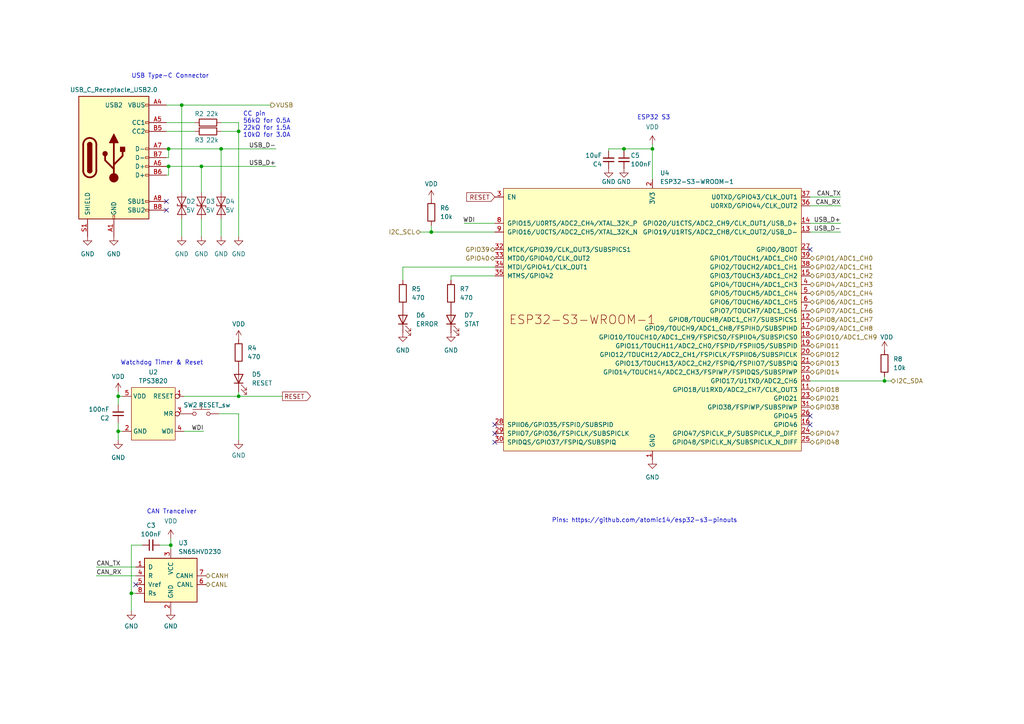
<source format=kicad_sch>
(kicad_sch (version 20231120) (generator "eeschema") (generator_version "8.0")
  (paper "A4")
  (lib_symbols
    (symbol "Connector:USB_C_Receptacle_USB2.0" (pin_names (offset 1.016))
      (property "Reference" "J" (at -10.16 19.05 0))
      (property "Value" "USB_C_Receptacle_USB2.0" (at 19.05 19.05 0))
      (symbol "USB_C_Receptacle_USB2.0_0_0"
        (rectangle (start -0.254 -17.78) (end 0.254 -16.764))
        (rectangle (start 10.16 -14.986) (end 9.144 -15.494))
        (rectangle (start 10.16 -12.446) (end 9.144 -12.954))
        (rectangle (start 10.16 -4.826) (end 9.144 -5.334))
        (rectangle (start 10.16 -2.286) (end 9.144 -2.794))
        (rectangle (start 10.16 0.254) (end 9.144 -0.254))
        (rectangle (start 10.16 2.794) (end 9.144 2.286))
        (rectangle (start 10.16 7.874) (end 9.144 7.366))
        (rectangle (start 10.16 10.414) (end 9.144 9.906))
        (rectangle (start 10.16 15.494) (end 9.144 14.986))
      )
      (symbol "USB_C_Receptacle_USB2.0_0_1"
        (rectangle (start -10.16 17.78) (end 10.16 -17.78) (stroke (width 0.254)) (fill (type background)))
        (arc (start -8.89 -3.81) (mid -6.985 -5.7067) (end -5.08 -3.81) (stroke (width 0.508)))
        (arc (start -7.62 -3.81) (mid -6.985 -4.4423) (end -6.35 -3.81) (stroke (width 0.254)))
        (arc (start -7.62 -3.81) (mid -6.985 -4.4423) (end -6.35 -3.81) (stroke (width 0.254)) (fill (type outline)))
        (rectangle (start -7.62 -3.81) (end -6.35 3.81) (stroke (width 0.254)) (fill (type outline)))
        (arc (start -6.35 3.81) (mid -6.985 4.4423) (end -7.62 3.81) (stroke (width 0.254)))
        (arc (start -6.35 3.81) (mid -6.985 4.4423) (end -7.62 3.81) (stroke (width 0.254)) (fill (type outline)))
        (arc (start -5.08 3.81) (mid -6.985 5.7067) (end -8.89 3.81) (stroke (width 0.508)))
        (circle (center -2.54 1.143) (radius 0.635) (stroke (width 0.254)) (fill (type outline)))
        (circle (center 0 -5.842) (radius 1.27) (fill (type outline)))
        (polyline (pts (xy -8.89 -3.81) (xy -8.89 3.81)) (stroke (width 0.508)))
        (polyline (pts (xy -5.08 3.81) (xy -5.08 -3.81)) (stroke (width 0.508)))
        (polyline (pts (xy 0 -5.842) (xy 0 4.318)) (stroke (width 0.508)))
        (polyline (pts (xy 0 -3.302) (xy -2.54 -0.762) (xy -2.54 0.508)) (stroke (width 0.508)))
        (polyline (pts (xy 0 -2.032) (xy 2.54 0.508) (xy 2.54 1.778)) (stroke (width 0.508)))
        (polyline (pts (xy -1.27 4.318) (xy 0 6.858) (xy 1.27 4.318) (xy -1.27 4.318)) (stroke (width 0.254)) (fill (type outline)))
        (rectangle (start 1.905 1.778) (end 3.175 3.048) (stroke (width 0.254)) (fill (type outline)))
      )
      (symbol "USB_C_Receptacle_USB2.0_1_1"
        (pin passive line (at 0 -22.86 90) (length 5.08) (name "GND") (number "A1"))
        (pin passive line (at 0 -22.86 90) (length 5.08) hide (name "GND") (number "A12"))
        (pin passive line (at 15.24 15.24 180) (length 5.08) (name "VBUS") (number "A4"))
        (pin bidirectional line (at 15.24 10.16 180) (length 5.08) (name "CC1") (number "A5"))
        (pin bidirectional line (at 15.24 -2.54 180) (length 5.08) (name "D+") (number "A6"))
        (pin bidirectional line (at 15.24 2.54 180) (length 5.08) (name "D-") (number "A7"))
        (pin bidirectional line (at 15.24 -12.7 180) (length 5.08) (name "SBU1") (number "A8"))
        (pin passive line (at 15.24 15.24 180) (length 5.08) hide (name "VBUS") (number "A9"))
        (pin passive line (at 0 -22.86 90) (length 5.08) hide (name "GND") (number "B1"))
        (pin passive line (at 0 -22.86 90) (length 5.08) hide (name "GND") (number "B12"))
        (pin passive line (at 15.24 15.24 180) (length 5.08) hide (name "VBUS") (number "B4"))
        (pin bidirectional line (at 15.24 7.62 180) (length 5.08) (name "CC2") (number "B5"))
        (pin bidirectional line (at 15.24 -5.08 180) (length 5.08) (name "D+") (number "B6"))
        (pin bidirectional line (at 15.24 0 180) (length 5.08) (name "D-") (number "B7"))
        (pin bidirectional line (at 15.24 -15.24 180) (length 5.08) (name "SBU2") (number "B8"))
        (pin passive line (at 15.24 15.24 180) (length 5.08) hide (name "VBUS") (number "B9"))
        (pin passive line (at -7.62 -22.86 90) (length 5.08) (name "SHIELD") (number "S1"))
      )
    )
    (symbol "Device:C_Small" (pin_numbers hide) (pin_names (offset 0.254) hide)
      (property "Reference" "C" (at 0.254 1.778 0))
      (property "Value" "C_Small" (at 0.254 -2.032 0))
      (symbol "C_Small_0_1"
        (polyline (pts (xy -1.524 -0.508) (xy 1.524 -0.508)) (stroke (width 0.3302)))
        (polyline (pts (xy -1.524 0.508) (xy 1.524 0.508)) (stroke (width 0.3048)))
      )
      (symbol "C_Small_1_1"
        (pin passive line (at 0 2.54 270) (length 2.032) (name "~") (number "1"))
        (pin passive line (at 0 -2.54 90) (length 2.032) (name "~") (number "2"))
      )
    )
    (symbol "Device:LED" (pin_numbers hide) (pin_names (offset 1.016) hide)
      (property "Reference" "D" (at 0 2.54 0))
      (property "Value" "LED" (at 0 -2.54 0))
      (symbol "LED_0_1"
        (polyline (pts (xy -1.27 -1.27) (xy -1.27 1.27)) (stroke (width 0.254)))
        (polyline (pts (xy -1.27 0) (xy 1.27 0)))
        (polyline (pts (xy 1.27 -1.27) (xy 1.27 1.27) (xy -1.27 0) (xy 1.27 -1.27)) (stroke (width 0.254)))
        (polyline (pts (xy -3.048 -0.762) (xy -4.572 -2.286) (xy -3.81 -2.286) (xy -4.572 -2.286) (xy -4.572 -1.524)))
        (polyline (pts (xy -1.778 -0.762) (xy -3.302 -2.286) (xy -2.54 -2.286) (xy -3.302 -2.286) (xy -3.302 -1.524)))
      )
      (symbol "LED_1_1"
        (pin passive line (at -3.81 0 0) (length 2.54) (name "K") (number "1"))
        (pin passive line (at 3.81 0 180) (length 2.54) (name "A") (number "2"))
      )
    )
    (symbol "Device:R" (pin_numbers hide) (pin_names (offset 0))
      (property "Reference" "R" (at 2.032 0 90))
      (property "Value" "R" (at 0 0 90))
      (symbol "R_0_1"
        (rectangle (start -1.016 -2.54) (end 1.016 2.54) (stroke (width 0.254)))
      )
      (symbol "R_1_1"
        (pin passive line (at 0 3.81 270) (length 1.27) (name "~") (number "1"))
        (pin passive line (at 0 -3.81 90) (length 1.27) (name "~") (number "2"))
      )
    )
    (symbol "Diode:ESD9B5.0ST5G" (pin_numbers hide) (pin_names (offset 1.016) hide)
      (property "Reference" "D" (at 0 2.54 0))
      (property "Value" "ESD9B5.0ST5G" (at 0 -2.54 0))
      (symbol "ESD9B5.0ST5G_0_1"
        (polyline (pts (xy 1.27 0) (xy -1.27 0)))
        (polyline (pts (xy -2.54 -1.27) (xy 0 0) (xy -2.54 1.27) (xy -2.54 -1.27)) (stroke (width 0.2032)))
        (polyline (pts (xy 0.508 1.27) (xy 0 1.27) (xy 0 -1.27) (xy -0.508 -1.27)) (stroke (width 0.2032)))
        (polyline (pts (xy 2.54 1.27) (xy 2.54 -1.27) (xy 0 0) (xy 2.54 1.27)) (stroke (width 0.2032)))
      )
      (symbol "ESD9B5.0ST5G_1_1"
        (pin passive line (at -3.81 0 0) (length 2.54) (name "A1") (number "1"))
        (pin passive line (at 3.81 0 180) (length 2.54) (name "A2") (number "2"))
      )
    )
    (symbol "Interface_CAN_LIN:SN65HVD230" (pin_names (offset 1.016))
      (property "Reference" "U" (at -2.54 10.16 0))
      (property "Value" "SN65HVD230" (at -2.54 7.62 0))
      (symbol "SN65HVD230_0_1"
        (rectangle (start -7.62 5.08) (end 7.62 -7.62) (stroke (width 0.254)) (fill (type background)))
      )
      (symbol "SN65HVD230_1_1"
        (pin input line (at -10.16 2.54 0) (length 2.54) (name "D") (number "1"))
        (pin power_in line (at 0 -10.16 90) (length 2.54) (name "GND") (number "2"))
        (pin power_in line (at 0 7.62 270) (length 2.54) (name "VCC") (number "3"))
        (pin output line (at -10.16 0 0) (length 2.54) (name "R") (number "4"))
        (pin output line (at -10.16 -2.54 0) (length 2.54) (name "Vref") (number "5"))
        (pin bidirectional line (at 10.16 -2.54 180) (length 2.54) (name "CANL") (number "6"))
        (pin bidirectional line (at 10.16 0 180) (length 2.54) (name "CANH") (number "7"))
        (pin input line (at -10.16 -5.08 0) (length 2.54) (name "Rs") (number "8"))
      )
    )
    (symbol "PCM_Espressif:ESP32-S3-WROOM-1" (pin_names (offset 1.016))
      (property "Reference" "U" (at -43.18 43.18 0))
      (property "Value" "ESP32-S3-WROOM-1" (at -43.18 40.64 0))
      (symbol "ESP32-S3-WROOM-1_0_0"
        (text "ESP32-S3-WROOM-1" (at -20.32 0 0) (effects (font (size 2.54 2.54))))
        (pin power_in line (at 0 -40.64 90) (length 2.54) (name "GND") (number "1"))
        (pin bidirectional line (at 45.72 -17.78 180) (length 2.54) (name "GPIO17/U1TXD/ADC2_CH6") (number "10"))
        (pin bidirectional line (at 45.72 -20.32 180) (length 2.54) (name "GPIO18/U1RXD/ADC2_CH7/CLK_OUT3") (number "11"))
        (pin bidirectional line (at 45.72 0 180) (length 2.54) (name "GPIO8/TOUCH8/ADC1_CH7/SUBSPICS1") (number "12"))
        (pin bidirectional line (at 45.72 25.4 180) (length 2.54) (name "GPIO19/U1RTS/ADC2_CH8/CLK_OUT2/USB_D-") (number "13"))
        (pin bidirectional line (at 45.72 27.94 180) (length 2.54) (name "GPIO20/U1CTS/ADC2_CH9/CLK_OUT1/USB_D+") (number "14"))
        (pin bidirectional line (at 45.72 12.7 180) (length 2.54) (name "GPIO3/TOUCH3/ADC1_CH2") (number "15"))
        (pin bidirectional line (at 45.72 -30.48 180) (length 2.54) (name "GPIO46") (number "16"))
        (pin bidirectional line (at 45.72 -2.54 180) (length 2.54) (name "GPIO9/TOUCH9/ADC1_CH8/FSPIHD/SUBSPIHD") (number "17"))
        (pin bidirectional line (at 45.72 -5.08 180) (length 2.54) (name "GPIO10/TOUCH10/ADC1_CH9/FSPICS0/FSPIIO4/SUBSPICS0") (number "18"))
        (pin bidirectional line (at 45.72 -7.62 180) (length 2.54) (name "GPIO11/TOUCH11/ADC2_CH0/FSPID/FSPIIO5/SUBSPID") (number "19"))
        (pin power_in line (at 0 40.64 270) (length 2.54) (name "3V3") (number "2"))
        (pin bidirectional line (at 45.72 -10.16 180) (length 2.54) (name "GPIO12/TOUCH12/ADC2_CH1/FSPICLK/FSPIIO6/SUBSPICLK") (number "20"))
        (pin bidirectional line (at 45.72 -12.7 180) (length 2.54) (name "GPIO13/TOUCH13/ADC2_CH2/FSPIQ/FSPIIO7/SUBSPIQ") (number "21"))
        (pin bidirectional line (at 45.72 -15.24 180) (length 2.54) (name "GPIO14/TOUCH14/ADC2_CH3/FSPIWP/FSPIDQS/SUBSPIWP") (number "22"))
        (pin bidirectional line (at 45.72 -22.86 180) (length 2.54) (name "GPIO21") (number "23"))
        (pin bidirectional line (at 45.72 -33.02 180) (length 2.54) (name "GPIO47/SPICLK_P/SUBSPICLK_P_DIFF") (number "24"))
        (pin bidirectional line (at 45.72 -35.56 180) (length 2.54) (name "GPIO48/SPICLK_N/SUBSPICLK_N_DIFF") (number "25"))
        (pin bidirectional line (at 45.72 -27.94 180) (length 2.54) (name "GPIO45") (number "26"))
        (pin bidirectional line (at 45.72 20.32 180) (length 2.54) (name "GPIO0/BOOT") (number "27"))
        (pin bidirectional line (at -45.72 -30.48 0) (length 2.54) (name "SPIIO6/GPIO35/FSPID/SUBSPID") (number "28"))
        (pin bidirectional line (at -45.72 -33.02 0) (length 2.54) (name "SPIIO7/GPIO36/FSPICLK/SUBSPICLK") (number "29"))
        (pin input line (at -45.72 35.56 0) (length 2.54) (name "EN") (number "3"))
        (pin bidirectional line (at -45.72 -35.56 0) (length 2.54) (name "SPIDQS/GPIO37/FSPIQ/SUBSPIQ") (number "30"))
        (pin bidirectional line (at 45.72 -25.4 180) (length 2.54) (name "GPIO38/FSPIWP/SUBSPIWP") (number "31"))
        (pin bidirectional line (at -45.72 20.32 0) (length 2.54) (name "MTCK/GPIO39/CLK_OUT3/SUBSPICS1") (number "32"))
        (pin bidirectional line (at -45.72 17.78 0) (length 2.54) (name "MTDO/GPIO40/CLK_OUT2") (number "33"))
        (pin bidirectional line (at -45.72 15.24 0) (length 2.54) (name "MTDI/GPIO41/CLK_OUT1") (number "34"))
        (pin bidirectional line (at -45.72 12.7 0) (length 2.54) (name "MTMS/GPIO42") (number "35"))
        (pin bidirectional line (at 45.72 33.02 180) (length 2.54) (name "U0RXD/GPIO44/CLK_OUT2") (number "36"))
        (pin bidirectional line (at 45.72 35.56 180) (length 2.54) (name "U0TXD/GPIO43/CLK_OUT1") (number "37"))
        (pin bidirectional line (at 45.72 15.24 180) (length 2.54) (name "GPIO2/TOUCH2/ADC1_CH1") (number "38"))
        (pin bidirectional line (at 45.72 17.78 180) (length 2.54) (name "GPIO1/TOUCH1/ADC1_CH0") (number "39"))
        (pin bidirectional line (at 45.72 10.16 180) (length 2.54) (name "GPIO4/TOUCH4/ADC1_CH3") (number "4"))
        (pin passive line (at 0 -40.64 90) (length 2.54) hide (name "GND") (number "40"))
        (pin passive line (at 0 -40.64 90) (length 2.54) hide (name "GND") (number "41"))
        (pin bidirectional line (at 45.72 7.62 180) (length 2.54) (name "GPIO5/TOUCH5/ADC1_CH4") (number "5"))
        (pin bidirectional line (at 45.72 5.08 180) (length 2.54) (name "GPIO6/TOUCH6/ADC1_CH5") (number "6"))
        (pin bidirectional line (at 45.72 2.54 180) (length 2.54) (name "GPIO7/TOUCH7/ADC1_CH6") (number "7"))
        (pin bidirectional line (at -45.72 27.94 0) (length 2.54) (name "GPIO15/U0RTS/ADC2_CH4/XTAL_32K_P") (number "8"))
        (pin bidirectional line (at -45.72 25.4 0) (length 2.54) (name "GPIO16/U0CTS/ADC2_CH5/XTAL_32K_N") (number "9"))
      )
      (symbol "ESP32-S3-WROOM-1_0_1"
        (rectangle (start -43.18 38.1) (end 43.18 -38.1) (fill (type background)))
      )
    )
    (symbol "Switch:SW_Push" (pin_numbers hide) (pin_names (offset 1.016) hide)
      (property "Reference" "SW" (at 1.27 2.54 0))
      (property "Value" "SW_Push" (at 0 -1.524 0))
      (symbol "SW_Push_0_1"
        (circle (center -2.032 0) (radius 0.508))
        (polyline (pts (xy 0 1.27) (xy 0 3.048)))
        (polyline (pts (xy 2.54 1.27) (xy -2.54 1.27)))
        (circle (center 2.032 0) (radius 0.508))
        (pin passive line (at -5.08 0 0) (length 2.54) (name "1") (number "1"))
        (pin passive line (at 5.08 0 180) (length 2.54) (name "2") (number "2"))
      )
    )
    (symbol "WOBCLibrary:TPS3820"
      (property "Reference" "U" (at 0 0 0))
      (property "Value" "TPS3820" (at 0 8.89 0))
      (symbol "TPS3820_1_1"
        (rectangle (start -6.35 7.62) (end 6.35 -7.62) (fill (type background)))
        (pin output inverted (at 8.89 5.08 180) (length 2.54) (name "RESET") (number "1"))
        (pin power_in line (at -8.89 -5.08 0) (length 2.54) (name "GND") (number "2"))
        (pin input inverted (at 8.89 0 180) (length 2.54) (name "MR") (number "3"))
        (pin input line (at 8.89 -5.08 180) (length 2.54) (name "WDI") (number "4"))
        (pin power_in line (at -8.89 5.08 0) (length 2.54) (name "VDD") (number "5"))
      )
    )
    (symbol "power:GND" (power) (pin_names (offset 0))
      (property "Value" "GND" (at 0 -3.81 0))
      (symbol "GND_0_1"
        (polyline (pts (xy 0 0) (xy 0 -1.27) (xy 1.27 -1.27) (xy 0 -2.54) (xy -1.27 -1.27) (xy 0 -1.27)))
      )
      (symbol "GND_1_1"
        (pin power_in line (at 0 0 270) (length 0) hide (name "GND") (number "1"))
      )
    )
    (symbol "power:VDD" (power) (pin_names (offset 0))
      (property "Value" "VDD" (at 0 3.81 0))
      (symbol "VDD_0_1"
        (polyline (pts (xy -0.762 1.27) (xy 0 2.54)))
        (polyline (pts (xy 0 0) (xy 0 2.54)))
        (polyline (pts (xy 0 2.54) (xy 0.762 1.27)))
      )
      (symbol "VDD_1_1"
        (pin power_in line (at 0 0 90) (length 0) hide (name "VDD") (number "1"))
      )
    )
  )
  (junction (at 34.29 114.935))
  (junction (at 180.975 43.18))
  (junction (at 58.42 48.26))
  (junction (at 64.135 43.18))
  (junction (at 69.215 38.1))
  (junction (at 48.895 48.26))
  (junction (at 189.23 43.18))
  (junction (at 125.095 67.31))
  (junction (at 49.53 158.115))
  (junction (at 52.705 30.48))
  (junction (at 48.895 43.18))
  (junction (at 69.215 114.935))
  (junction (at 38.1 172.085))
  (junction (at 256.54 110.49))
  (junction (at 34.29 125.095))
  (no_connect (at 143.51 128.27))
  (no_connect (at 48.26 60.96))
  (no_connect (at 39.37 169.545))
  (no_connect (at 234.95 72.39))
  (no_connect (at 48.26 58.42))
  (no_connect (at 143.51 123.19))
  (no_connect (at 234.95 123.19))
  (no_connect (at 143.51 125.73))
  (no_connect (at 234.95 120.65))
  (wire (pts (xy 130.81 81.28) (xy 130.81 80.01)))
  (wire (pts (xy 38.1 177.165) (xy 38.1 172.085)))
  (wire (pts (xy 34.29 125.095) (xy 35.56 125.095)))
  (wire (pts (xy 34.29 127.635) (xy 34.29 125.095)))
  (wire (pts (xy 58.42 48.26) (xy 58.42 55.88)))
  (wire (pts (xy 121.92 67.31) (xy 125.095 67.31)))
  (wire (pts (xy 243.84 67.31) (xy 234.95 67.31)))
  (wire (pts (xy 258.445 110.49) (xy 256.54 110.49)))
  (wire (pts (xy 46.355 158.115) (xy 49.53 158.115)))
  (wire (pts (xy 116.84 77.47) (xy 143.51 77.47)))
  (wire (pts (xy 34.29 122.555) (xy 34.29 125.095)))
  (wire (pts (xy 48.895 48.26) (xy 48.26 48.26)))
  (wire (pts (xy 134.62 64.77) (xy 143.51 64.77)))
  (wire (pts (xy 38.1 172.085) (xy 39.37 172.085)))
  (wire (pts (xy 81.915 114.935) (xy 69.215 114.935)))
  (wire (pts (xy 64.135 38.1) (xy 69.215 38.1)))
  (wire (pts (xy 52.705 30.48) (xy 78.5422 30.48)))
  (wire (pts (xy 58.42 48.26) (xy 48.895 48.26)))
  (wire (pts (xy 69.215 120.015) (xy 69.215 127.635)))
  (wire (pts (xy 243.84 59.69) (xy 234.95 59.69)))
  (wire (pts (xy 56.515 35.56) (xy 48.26 35.56)))
  (wire (pts (xy 48.895 43.18) (xy 64.135 43.18)))
  (wire (pts (xy 130.81 80.01) (xy 143.51 80.01)))
  (wire (pts (xy 69.215 35.56) (xy 69.215 38.1)))
  (wire (pts (xy 256.54 110.49) (xy 234.95 110.49)))
  (wire (pts (xy 34.29 114.935) (xy 35.56 114.935)))
  (wire (pts (xy 243.84 64.77) (xy 234.95 64.77)))
  (wire (pts (xy 59.055 125.095) (xy 53.34 125.095)))
  (wire (pts (xy 189.23 43.18) (xy 180.975 43.18)))
  (wire (pts (xy 176.53 43.18) (xy 180.975 43.18)))
  (wire (pts (xy 256.54 109.22) (xy 256.54 110.49)))
  (wire (pts (xy 125.095 67.31) (xy 143.51 67.31)))
  (wire (pts (xy 49.53 156.21) (xy 49.53 158.115)))
  (wire (pts (xy 189.23 41.91) (xy 189.23 43.18)))
  (wire (pts (xy 69.215 38.1) (xy 69.215 68.58)))
  (wire (pts (xy 48.26 50.8) (xy 48.895 50.8)))
  (wire (pts (xy 48.26 43.18) (xy 48.895 43.18)))
  (wire (pts (xy 49.53 158.115) (xy 49.53 159.385)))
  (wire (pts (xy 52.705 30.48) (xy 48.26 30.48)))
  (wire (pts (xy 34.29 113.665) (xy 34.29 114.935)))
  (wire (pts (xy 234.95 57.15) (xy 243.84 57.15)))
  (wire (pts (xy 56.515 38.1) (xy 48.26 38.1)))
  (wire (pts (xy 116.84 77.47) (xy 116.84 81.28)))
  (wire (pts (xy 27.94 167.005) (xy 39.37 167.005)))
  (wire (pts (xy 176.53 43.815) (xy 176.53 43.18)))
  (wire (pts (xy 69.215 113.665) (xy 69.215 114.935)))
  (wire (pts (xy 64.135 68.58) (xy 64.135 63.5)))
  (wire (pts (xy 38.1 172.085) (xy 38.1 158.115)))
  (wire (pts (xy 180.975 43.18) (xy 180.975 43.815)))
  (wire (pts (xy 64.135 35.56) (xy 69.215 35.56)))
  (wire (pts (xy 52.705 68.58) (xy 52.705 63.5)))
  (wire (pts (xy 69.215 114.935) (xy 53.34 114.935)))
  (wire (pts (xy 189.23 43.18) (xy 189.23 52.07)))
  (wire (pts (xy 48.895 45.72) (xy 48.895 43.18)))
  (wire (pts (xy 48.26 45.72) (xy 48.895 45.72)))
  (wire (pts (xy 34.29 114.935) (xy 34.29 117.475)))
  (wire (pts (xy 52.705 30.48) (xy 52.705 55.88)))
  (wire (pts (xy 63.5 120.015) (xy 69.215 120.015)))
  (wire (pts (xy 38.1 158.115) (xy 41.275 158.115)))
  (wire (pts (xy 125.095 65.405) (xy 125.095 67.31)))
  (wire (pts (xy 58.42 68.58) (xy 58.42 63.5)))
  (wire (pts (xy 64.135 43.18) (xy 64.135 55.88)))
  (wire (pts (xy 27.94 164.465) (xy 39.37 164.465)))
  (wire (pts (xy 64.135 43.18) (xy 80.01 43.18)))
  (wire (pts (xy 80.01 48.26) (xy 58.42 48.26)))
  (wire (pts (xy 48.895 50.8) (xy 48.895 48.26)))
  (text "Pins: https://github.com/atomic14/esp32-s3-pinouts" (at 160.02 151.765 0) (effects (font (size 1.27 1.27)) (justify left bottom)))
  (text "ESP32 S3" (at 184.785 34.925 0) (effects (font (size 1.27 1.27)) (justify left bottom)))
  (text "Watchdog Timer & Reset" (at 34.925 106.045 0) (effects (font (size 1.27 1.27)) (justify left bottom)))
  (text "CAN Tranceiver" (at 42.545 149.225 0) (effects (font (size 1.27 1.27)) (justify left bottom)))
  (text "USB Type-C Connector" (at 38.1 22.86 0) (effects (font (size 1.27 1.27)) (justify left bottom)))
  (text "CC pin\n56kΩ for 0.5A\n22kΩ for 1.5A\n10kΩ for 3.0A" (at 70.485 40.005 0) (effects (font (size 1.27 1.27)) (justify left bottom)))
  (label "USB_D-" (at 80.01 43.18 180))
  (label "USB_D-" (at 243.84 67.31 180))
  (label "CAN_TX" (at 236.855 57.15 0))
  (label "USB_D+" (at 243.84 64.77 180))
  (label "USB_D+" (at 80.01 48.26 180))
  (label "WDI" (at 59.055 125.095 180))
  (label "WDI" (at 137.795 64.77 180))
  (label "CAN_RX" (at 243.84 59.69 180))
  (label "CAN_RX" (at 27.94 167.005 0))
  (label "CAN_TX" (at 27.94 164.465 0))
  (global_label "RESET" (shape input) (at 143.51 57.15 180) (property "Intersheetrefs" "${INTERSHEET_REFS}" (effects (hide yes))))
  (global_label "RESET" (shape output) (at 81.915 114.935 0) (property "Intersheetrefs" "${INTERSHEET_REFS}" (effects (hide yes))))
  (hierarchical_label "GPIO47" (shape bidirectional) (at 234.95 125.73 0))
  (hierarchical_label "GPIO48" (shape bidirectional) (at 234.95 128.27 0))
  (hierarchical_label "VUSB" (shape output) (at 78.5422 30.48 0))
  (hierarchical_label "GPIO2{slash}ADC1_CH1" (shape bidirectional) (at 234.95 77.47 0))
  (hierarchical_label "GPIO1{slash}ADC1_CH0" (shape bidirectional) (at 234.95 74.93 0))
  (hierarchical_label "I2C_SCL" (shape bidirectional) (at 121.92 67.31 180))
  (hierarchical_label "CANL" (shape bidirectional) (at 59.69 169.545 0))
  (hierarchical_label "GPIO18" (shape bidirectional) (at 234.95 113.03 0))
  (hierarchical_label "GPIO3{slash}ADC1_CH2" (shape bidirectional) (at 234.95 80.01 0))
  (hierarchical_label "GPIO11" (shape bidirectional) (at 234.95 100.33 0))
  (hierarchical_label "I2C_SDA" (shape bidirectional) (at 258.445 110.49 0))
  (hierarchical_label "GPIO39" (shape bidirectional) (at 143.51 72.39 180))
  (hierarchical_label "GPIO5{slash}ADC1_CH4" (shape bidirectional) (at 234.95 85.09 0))
  (hierarchical_label "GPIO12" (shape bidirectional) (at 234.95 102.87 0))
  (hierarchical_label "GPIO13" (shape bidirectional) (at 234.95 105.41 0))
  (hierarchical_label "GPIO40" (shape bidirectional) (at 143.51 74.93 180))
  (hierarchical_label "GPIO4{slash}ADC1_CH3" (shape bidirectional) (at 234.95 82.55 0))
  (hierarchical_label "GPIO10{slash}ADC1_CH9" (shape bidirectional) (at 234.95 97.79 0))
  (hierarchical_label "GPIO9{slash}ADC1_CH8" (shape bidirectional) (at 234.95 95.25 0))
  (hierarchical_label "GPIO38" (shape bidirectional) (at 234.95 118.11 0))
  (hierarchical_label "GPIO21" (shape bidirectional) (at 234.95 115.57 0))
  (hierarchical_label "GPIO14" (shape bidirectional) (at 234.95 107.95 0))
  (hierarchical_label "GPIO8{slash}ADC1_CH7" (shape bidirectional) (at 234.95 92.71 0))
  (hierarchical_label "CANH" (shape bidirectional) (at 59.69 167.005 0))
  (hierarchical_label "GPIO6{slash}ADC1_CH5" (shape bidirectional) (at 234.95 87.63 0))
  (hierarchical_label "GPIO7{slash}ADC1_CH6" (shape bidirectional) (at 234.95 90.17 0))
  (symbol (lib_id "Device:C_Small") (at 43.815 158.115 90) (unit 1)
    (property "Reference" "C3" (at 43.815 152.4 90))
    (property "Value" "100nF" (at 43.815 154.94 90))
    (property "Footprint" "Capacitor_SMD:C_0402_1005Metric" (effects (hide yes)))
    (property "LCSC" "C1525" (effects (hide yes)))
  )
  (symbol (lib_id "Device:R") (at 130.81 85.09 0) (unit 1)
    (property "Reference" "R7" (at 133.35 83.82 0) (effects (justify left)))
    (property "Value" "470" (at 133.35 86.36 0) (effects (justify left)))
    (property "Footprint" "Resistor_SMD:R_0402_1005Metric" (effects (hide yes)))
    (property "LCSC" "C25117" (effects (hide yes)))
  )
  (symbol (lib_id "Diode:ESD9B5.0ST5G") (at 52.705 59.69 90) (unit 1)
    (property "Reference" "D2" (at 53.975 58.42 90) (effects (justify right)))
    (property "Value" "5V" (at 53.975 60.96 90) (effects (justify right)))
    (property "Footprint" "Diode_SMD:D_SOD-882" (effects (hide yes)))
    (property "Datasheet" "https://www.onsemi.com/pub/Collateral/ESD9B-D.PDF" (effects (hide yes)))
    (property "LCSC" "C7420372" (effects (hide yes)))
  )
  (symbol (lib_id "power:GND") (at 116.84 96.52 0) (unit 1)
    (property "Reference" "#PWR015" (effects (hide yes)))
    (property "Value" "GND" (at 116.84 101.6 0))
  )
  (symbol (lib_id "power:GND") (at 69.215 127.635 0) (unit 1)
    (property "Reference" "#PWR014" (effects (hide yes)))
    (property "Value" "GND" (at 69.215 132.08 0))
  )
  (symbol (lib_id "Device:LED") (at 116.84 92.71 90) (unit 1)
    (property "Reference" "D6" (at 120.65 91.44 90) (effects (justify right)))
    (property "Value" "ERROR" (at 120.65 93.98 90) (effects (justify right)))
    (property "Footprint" "LED_SMD:LED_0805_2012Metric" (effects (hide yes)))
    (property "LCSC" "C84256" (effects (hide yes)))
  )
  (symbol (lib_id "power:VDD") (at 49.53 156.21 0) (unit 1)
    (property "Reference" "#PWR07" (effects (hide yes)))
    (property "Value" "VDD" (at 49.53 151.13 0))
  )
  (symbol (lib_id "power:GND") (at 58.42 68.58 0) (unit 1)
    (property "Reference" "#PWR010" (effects (hide yes)))
    (property "Value" "GND" (at 58.42 73.66 0))
  )
  (symbol (lib_id "power:GND") (at 130.81 96.52 0) (unit 1)
    (property "Reference" "#PWR017" (effects (hide yes)))
    (property "Value" "GND" (at 130.81 101.6 0))
  )
  (symbol (lib_id "power:GND") (at 189.23 133.35 0) (unit 1)
    (property "Reference" "#PWR021" (effects (hide yes)))
    (property "Value" "GND" (at 189.23 138.43 0))
  )
  (symbol (lib_id "power:VDD") (at 189.23 41.91 0) (unit 1)
    (property "Reference" "#PWR020" (effects (hide yes)))
    (property "Value" "VDD" (at 189.23 36.83 0))
  )
  (symbol (lib_id "Device:R") (at 60.325 35.56 90) (unit 1)
    (property "Reference" "R2" (at 57.785 33.02 90))
    (property "Value" "22k" (at 61.595 33.02 90))
    (property "Footprint" "Resistor_SMD:R_0402_1005Metric" (effects (hide yes)))
    (property "LCSC" "C25768" (effects (hide yes)))
  )
  (symbol (lib_id "PCM_Espressif:ESP32-S3-WROOM-1") (at 189.23 92.71 0) (unit 1)
    (property "Reference" "U4" (at 191.4241 50.165 0) (effects (justify left)))
    (property "Value" "ESP32-S3-WROOM-1" (at 191.4241 52.705 0) (effects (justify left)))
    (property "Footprint" "RF_Module:ESP32-S3-WROOM-1" (effects (hide yes)))
    (property "Datasheet" "https://www.espressif.com/sites/default/files/documentation/esp32-s3-wroom-1_wroom-1u_datasheet_en.pdf" (effects (hide yes)))
  )
  (symbol (lib_id "Device:LED") (at 69.215 109.855 90) (unit 1)
    (property "Reference" "D5" (at 73.025 108.585 90) (effects (justify right)))
    (property "Value" "RESET" (at 73.025 111.125 90) (effects (justify right)))
    (property "Footprint" "LED_SMD:LED_0805_2012Metric" (effects (hide yes)))
    (property "LCSC" "C2296" (effects (hide yes)))
  )
  (symbol (lib_id "Device:C_Small") (at 34.29 120.015 180) (unit 1)
    (property "Reference" "C2" (at 31.75 121.2787 0) (effects (justify left)))
    (property "Value" "100nF" (at 31.75 118.7387 0) (effects (justify left)))
    (property "Footprint" "Capacitor_SMD:C_0402_1005Metric" (effects (hide yes)))
    (property "LCSC" "C1525" (effects (hide yes)))
  )
  (symbol (lib_id "power:GND") (at 176.53 48.895 0) (unit 1)
    (property "Reference" "#PWR018" (effects (hide yes)))
    (property "Value" "GND" (at 176.53 52.705 0))
  )
  (symbol (lib_id "power:GND") (at 64.135 68.58 0) (unit 1)
    (property "Reference" "#PWR011" (effects (hide yes)))
    (property "Value" "GND" (at 64.135 73.66 0))
  )
  (symbol (lib_id "power:GND") (at 52.705 68.58 0) (unit 1)
    (property "Reference" "#PWR09" (effects (hide yes)))
    (property "Value" "GND" (at 52.705 73.66 0))
  )
  (symbol (lib_id "power:GND") (at 49.53 177.165 0) (unit 1)
    (property "Reference" "#PWR08" (effects (hide yes)))
    (property "Value" "GND" (at 49.53 181.61 0))
  )
  (symbol (lib_id "Device:R") (at 256.54 105.41 0) (unit 1)
    (property "Reference" "R8" (at 259.08 104.14 0) (effects (justify left)))
    (property "Value" "10k" (at 259.08 106.68 0) (effects (justify left)))
    (property "Footprint" "Resistor_SMD:R_0402_1005Metric" (effects (hide yes)))
    (property "LCSC" "C25744" (effects (hide yes)))
  )
  (symbol (lib_id "Device:C_Small") (at 180.975 46.355 0) (unit 1)
    (property "Reference" "C5" (at 182.88 45.085 0) (effects (justify left)))
    (property "Value" "100nF" (at 182.88 47.625 0) (effects (justify left)))
    (property "Footprint" "Capacitor_SMD:C_0402_1005Metric" (effects (hide yes)))
    (property "LCSC" "C1525" (effects (hide yes)))
  )
  (symbol (lib_id "Connector:USB_C_Receptacle_USB2.0") (at 33.02 45.72 0) (unit 1)
    (property "Reference" "USB2" (at 33.02 30.48 0))
    (property "Value" "USB_C_Receptacle_USB2.0" (at 33.02 26.035 0))
    (property "Footprint" "WOBCLibrary:USB_C_TYPEC-301S-ACP16X7" (effects (hide yes)))
    (property "Datasheet" "https://www.usb.org/sites/default/files/documents/usb_type-c.zip" (effects (hide yes)))
    (property "LCSC" "C2856766" (effects (hide yes)))
  )
  (symbol (lib_id "Switch:SW_Push") (at 58.42 120.015 0) (unit 1)
    (property "Reference" "SW2" (at 55.245 117.475 0))
    (property "Value" "RESET_sw" (at 62.23 117.475 0))
    (property "Footprint" "WOBCLibrary:TVAF06-A020B-R" (effects (hide yes)))
  )
  (symbol (lib_id "power:GND") (at 34.29 127.635 0) (unit 1)
    (property "Reference" "#PWR05" (effects (hide yes)))
    (property "Value" "GND" (at 34.29 132.715 0))
  )
  (symbol (lib_id "power:GND") (at 38.1 177.165 0) (unit 1)
    (property "Reference" "#PWR06" (effects (hide yes)))
    (property "Value" "GND" (at 38.1 181.61 0))
  )
  (symbol (lib_id "Interface_CAN_LIN:SN65HVD230") (at 49.53 167.005 0) (unit 1)
    (property "Reference" "U3" (at 51.7241 157.48 0) (effects (justify left)))
    (property "Value" "SN65HVD230" (at 51.7241 160.02 0) (effects (justify left)))
    (property "Footprint" "Package_SO:SOIC-8_3.9x4.9mm_P1.27mm" (effects (hide yes)))
    (property "Datasheet" "http://www.ti.com/lit/ds/symlink/sn65hvd230.pdf" (effects (hide yes)))
    (property "LCSC" "C12084" (effects (hide yes)))
  )
  (symbol (lib_id "Device:C_Small") (at 176.53 46.355 180) (unit 1)
    (property "Reference" "C4" (at 174.625 47.625 0) (effects (justify left)))
    (property "Value" "10uF" (at 174.625 45.085 0) (effects (justify left)))
    (property "Footprint" "Capacitor_SMD:C_0603_1608Metric" (effects (hide yes)))
    (property "LCSC" "C96446" (effects (hide yes)))
  )
  (symbol (lib_id "Device:LED") (at 130.81 92.71 90) (unit 1)
    (property "Reference" "D7" (at 134.62 91.44 90) (effects (justify right)))
    (property "Value" "STAT" (at 134.62 93.98 90) (effects (justify right)))
    (property "Footprint" "LED_SMD:LED_0805_2012Metric" (effects (hide yes)))
    (property "LCSC" "C2297" (effects (hide yes)))
  )
  (symbol (lib_id "power:GND") (at 25.4 68.58 0) (unit 1)
    (property "Reference" "#PWR02" (effects (hide yes)))
    (property "Value" "GND" (at 25.4 73.66 0))
  )
  (symbol (lib_id "power:VDD") (at 256.54 101.6 0) (unit 1)
    (property "Reference" "#PWR022" (effects (hide yes)))
    (property "Value" "VDD" (at 257.175 97.79 0))
  )
  (symbol (lib_id "Diode:ESD9B5.0ST5G") (at 58.42 59.69 90) (unit 1)
    (property "Reference" "D3" (at 59.69 58.42 90) (effects (justify right)))
    (property "Value" "5V" (at 59.69 60.96 90) (effects (justify right)))
    (property "Footprint" "Diode_SMD:D_SOD-882" (effects (hide yes)))
    (property "Datasheet" "https://www.onsemi.com/pub/Collateral/ESD9B-D.PDF" (effects (hide yes)))
    (property "LCSC" "C7420372" (effects (hide yes)))
  )
  (symbol (lib_id "power:VDD") (at 125.095 57.785 0) (unit 1)
    (property "Reference" "#PWR016" (effects (hide yes)))
    (property "Value" "VDD" (at 125.095 53.34 0))
  )
  (symbol (lib_id "power:GND") (at 33.02 68.58 0) (unit 1)
    (property "Reference" "#PWR03" (effects (hide yes)))
    (property "Value" "GND" (at 33.02 73.66 0))
  )
  (symbol (lib_id "power:VDD") (at 69.215 98.425 0) (unit 1)
    (property "Reference" "#PWR013" (effects (hide yes)))
    (property "Value" "VDD" (at 69.215 93.98 0))
  )
  (symbol (lib_id "power:VDD") (at 34.29 113.665 0) (unit 1)
    (property "Reference" "#PWR04" (effects (hide yes)))
    (property "Value" "VDD" (at 34.29 109.22 0))
  )
  (symbol (lib_id "power:GND") (at 180.975 48.895 0) (unit 1)
    (property "Reference" "#PWR019" (effects (hide yes)))
    (property "Value" "GND" (at 180.975 52.705 0))
  )
  (symbol (lib_id "power:GND") (at 69.215 68.58 0) (unit 1)
    (property "Reference" "#PWR012" (effects (hide yes)))
    (property "Value" "GND" (at 69.215 73.66 0))
  )
  (symbol (lib_id "Device:R") (at 125.095 61.595 0) (unit 1)
    (property "Reference" "R6" (at 127.635 60.325 0) (effects (justify left)))
    (property "Value" "10k" (at 127.635 62.865 0) (effects (justify left)))
    (property "Footprint" "Resistor_SMD:R_0402_1005Metric" (effects (hide yes)))
    (property "LCSC" "C25744" (effects (hide yes)))
  )
  (symbol (lib_id "WOBCLibrary:TPS3820") (at 44.45 120.015 0) (unit 1)
    (property "Reference" "U2" (at 44.45 107.95 0))
    (property "Value" "TPS3820" (at 44.45 110.49 0))
    (property "Footprint" "PCM_Package_TO_SOT_SMD_AKL:SOT-23-5" (effects (hide yes)))
    (property "LCSC" "C7719" (effects (hide yes)))
  )
  (symbol (lib_id "Device:R") (at 116.84 85.09 0) (unit 1)
    (property "Reference" "R5" (at 119.38 83.82 0) (effects (justify left)))
    (property "Value" "470" (at 119.38 86.36 0) (effects (justify left)))
    (property "Footprint" "Resistor_SMD:R_0402_1005Metric" (effects (hide yes)))
    (property "LCSC" "C25117" (effects (hide yes)))
  )
  (symbol (lib_id "Diode:ESD9B5.0ST5G") (at 64.135 59.69 90) (unit 1)
    (property "Reference" "D4" (at 65.405 58.42 90) (effects (justify right)))
    (property "Value" "5V" (at 65.405 60.96 90) (effects (justify right)))
    (property "Footprint" "Diode_SMD:D_SOD-882" (effects (hide yes)))
    (property "Datasheet" "https://www.onsemi.com/pub/Collateral/ESD9B-D.PDF" (effects (hide yes)))
    (property "LCSC" "C7420372" (effects (hide yes)))
  )
  (symbol (lib_id "Device:R") (at 69.215 102.235 0) (unit 1)
    (property "Reference" "R4" (at 71.755 100.965 0) (effects (justify left)))
    (property "Value" "470" (at 71.755 103.505 0) (effects (justify left)))
    (property "Footprint" "Resistor_SMD:R_0402_1005Metric" (effects (hide yes)))
    (property "LCSC" "C25117" (effects (hide yes)))
  )
  (symbol (lib_id "Device:R") (at 60.325 38.1 90) (unit 1)
    (property "Reference" "R3" (at 57.785 40.64 90))
    (property "Value" "22k" (at 61.595 40.64 90))
    (property "Footprint" "Resistor_SMD:R_0402_1005Metric" (effects (hide yes)))
    (property "LCSC" "C25768" (effects (hide yes)))
  )
)
</source>
